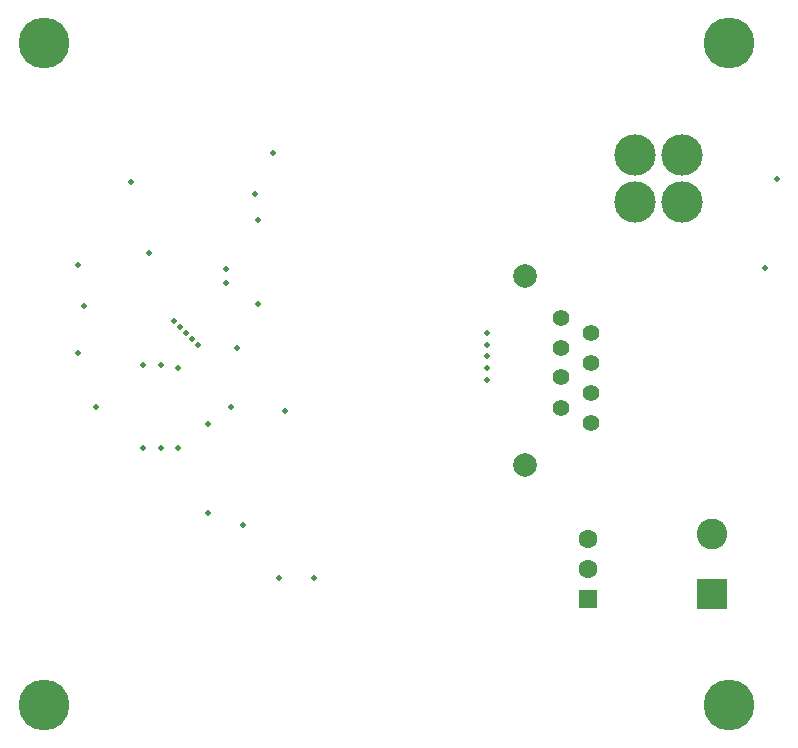
<source format=gbr>
%TF.GenerationSoftware,KiCad,Pcbnew,8.0.2-1*%
%TF.CreationDate,2025-01-15T14:17:39-08:00*%
%TF.ProjectId,rocket2-load-cell,726f636b-6574-4322-9d6c-6f61642d6365,rev?*%
%TF.SameCoordinates,Original*%
%TF.FileFunction,Soldermask,Bot*%
%TF.FilePolarity,Negative*%
%FSLAX46Y46*%
G04 Gerber Fmt 4.6, Leading zero omitted, Abs format (unit mm)*
G04 Created by KiCad (PCBNEW 8.0.2-1) date 2025-01-15 14:17:39*
%MOMM*%
%LPD*%
G01*
G04 APERTURE LIST*
%ADD10R,1.599999X1.599999*%
%ADD11C,1.599999*%
%ADD12C,3.500000*%
%ADD13C,1.400000*%
%ADD14C,2.000000*%
%ADD15R,2.600000X2.600000*%
%ADD16C,2.600000*%
%ADD17C,4.300000*%
%ADD18C,0.500000*%
G04 APERTURE END LIST*
D10*
%TO.C,U4*%
X172000000Y-134540000D03*
D11*
X172000000Y-132000000D03*
X172000000Y-129460000D03*
%TD*%
D12*
%TO.C,GX12*%
X180010000Y-96930000D03*
X180010000Y-100930000D03*
X176010000Y-100930000D03*
X176010000Y-96930000D03*
%TD*%
D13*
%TO.C,U5*%
X169740000Y-110730000D03*
D14*
X166720000Y-107160000D03*
X166710000Y-123200000D03*
D13*
X172260000Y-112000000D03*
X169720000Y-113260000D03*
X172260000Y-114540000D03*
X169720000Y-115780000D03*
X172260000Y-117080000D03*
X169720000Y-118350000D03*
X172260000Y-119610000D03*
%TD*%
D15*
%TO.C,J2*%
X182500000Y-134080000D03*
D16*
X182500000Y-129000000D03*
%TD*%
D17*
%TO.C,H3*%
X184000000Y-87500000D03*
%TD*%
%TO.C,H2*%
X126000000Y-87500000D03*
%TD*%
%TO.C,H1*%
X184000000Y-143500000D03*
%TD*%
%TO.C,H4*%
X126000000Y-143500000D03*
%TD*%
D18*
X188000000Y-99000000D03*
X142337500Y-113250000D03*
X141337500Y-106575000D03*
X141837500Y-118250000D03*
X141337500Y-107775000D03*
X143837500Y-100250000D03*
X139837500Y-119750000D03*
X139837500Y-127250000D03*
X133337500Y-99250000D03*
X146337500Y-118660000D03*
X145337500Y-96750000D03*
X144061765Y-102474266D03*
X142837500Y-128250000D03*
X129337500Y-109750000D03*
X145837500Y-132750000D03*
X128837500Y-106250000D03*
X134837500Y-105250000D03*
X148837500Y-132750000D03*
X187000000Y-106500000D03*
X128837500Y-113750000D03*
X130337500Y-118250000D03*
X144112500Y-109525000D03*
X134337500Y-121750000D03*
X134337500Y-114750000D03*
X137337500Y-115000000D03*
X137337500Y-121750000D03*
X135837500Y-114750000D03*
X135837500Y-121750000D03*
X137000000Y-111000000D03*
X163500000Y-112000000D03*
X138000000Y-112000000D03*
X163500000Y-114000000D03*
X138500000Y-112500000D03*
X163500000Y-115000000D03*
X137500000Y-111500000D03*
X163500000Y-113000000D03*
X139000000Y-113000000D03*
X163500000Y-116000000D03*
M02*

</source>
